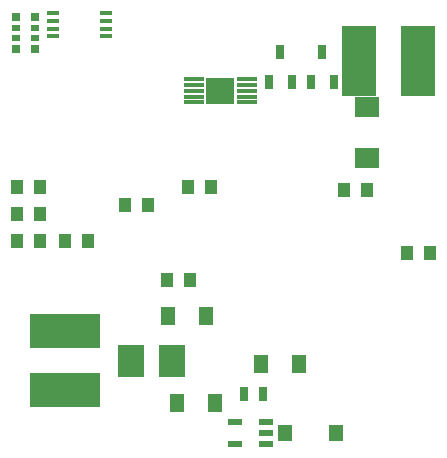
<source format=gbp>
G04 ---------------------------- Layer name :BOTTOM PASTER LAYER*
G04 easyEDA 0.1*
G04 Scale: 100 percent, Rotated: No, Reflected: No *
G04 Dimensions in inches *
G04 leading zeros omitted , absolute positions ,2 integer and 4 * 
%FSLAX24Y24*%
%MOIN*%
G90*
G70D02*

%ADD12R,0.043300X0.015700*%
%ADD13R,0.047200X0.021700*%
%ADD14R,0.031500X0.047200*%
%ADD15R,0.031496X0.029528*%
%ADD16R,0.031496X0.022835*%
%ADD17R,0.050000X0.057900*%
%ADD18R,0.236200X0.118100*%
%ADD19R,0.039370X0.049212*%
%ADD20R,0.090551X0.106300*%
%ADD21R,0.080000X0.070000*%
%ADD22R,0.027559X0.049213*%
%ADD23R,0.068100X0.013000*%
%ADD24R,0.096900X0.091300*%
%ADD25R,0.118100X0.236200*%
%ADD26R,0.051181X0.062992*%

%LPD*%
G54D12*
G01X3390Y29480D03*
G01X3390Y29230D03*
G01X3390Y28969D03*
G01X3390Y28719D03*
G01X1609Y28719D03*
G01X1609Y28969D03*
G01X1609Y29230D03*
G01X1609Y29480D03*
G54D13*
G01X8709Y15869D03*
G01X8709Y15500D03*
G01X8709Y15130D03*
G01X7690Y15130D03*
G01X7690Y15869D03*
G54D14*
G01X8609Y16800D03*
G01X7990Y16800D03*
G54D15*
G01X400Y28300D03*
G01X1005Y28300D03*
G54D16*
G01X400Y28673D03*
G01X1005Y28673D03*
G01X400Y28988D03*
G01X1005Y28988D03*
G54D15*
G01X400Y29361D03*
G01X1005Y29361D03*
G54D17*
G01X11050Y15500D03*
G01X9350Y15500D03*
G54D18*
G01X2009Y18880D03*
G01X2009Y16919D03*
G54D19*
G01X1194Y23700D03*
G01X405Y23700D03*
G01X6194Y20600D03*
G01X5405Y20600D03*
G54D20*
G01X5580Y17900D03*
G01X4219Y17900D03*
G54D19*
G01X1194Y22800D03*
G01X405Y22800D03*
G01X405Y21900D03*
G01X1194Y21900D03*
G01X2794Y21900D03*
G01X2005Y21900D03*
G54D21*
G01X12100Y24650D03*
G01X12100Y26350D03*
G54D19*
G01X12093Y23600D03*
G01X11306Y23600D03*
G01X6894Y23700D03*
G01X6105Y23700D03*
G01X14193Y21500D03*
G01X13406Y21500D03*
G01X4794Y23100D03*
G01X4005Y23100D03*
G54D22*
G01X9200Y28192D03*
G01X8826Y27207D03*
G01X9573Y27207D03*
G54D23*
G01X8090Y27290D03*
G01X8090Y27100D03*
G01X8090Y26900D03*
G01X8090Y26700D03*
G01X8090Y26509D03*
G01X6309Y26509D03*
G01X6309Y26700D03*
G01X6309Y26900D03*
G01X6309Y27100D03*
G01X6309Y27290D03*
G54D24*
G01X7200Y26900D03*
G54D25*
G01X13780Y27890D03*
G01X11819Y27890D03*
G54D26*
G01X5469Y19400D03*
G01X6730Y19400D03*
G54D22*
G01X10600Y28192D03*
G01X10226Y27207D03*
G01X10973Y27207D03*
G54D26*
G01X9830Y17800D03*
G01X8569Y17800D03*
G01X5769Y16500D03*
G01X7030Y16500D03*

M00*
M02*
</source>
